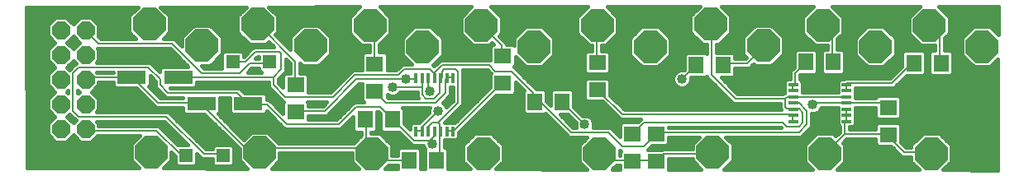
<source format=gbl>
G75*
%MOIN*%
%OFA0B0*%
%FSLAX25Y25*%
%IPPOS*%
%LPD*%
%AMOC8*
5,1,8,0,0,1.08239X$1,22.5*
%
%ADD10R,0.11811X0.05512*%
%ADD11R,0.07087X0.06299*%
%ADD12R,0.05512X0.05512*%
%ADD13R,0.06299X0.07087*%
%ADD14OC8,0.07400*%
%ADD15R,0.01200X0.03900*%
%ADD16OC8,0.13055*%
%ADD17R,0.03900X0.01200*%
%ADD18C,0.00800*%
%ADD19C,0.04000*%
%ADD20C,0.01600*%
D10*
X0138963Y0045108D03*
X0157861Y0045108D03*
X0129711Y0055817D03*
X0110814Y0055817D03*
D11*
X0176995Y0052746D03*
X0208885Y0050148D03*
X0176995Y0041722D03*
X0208885Y0061171D03*
X0260459Y0064242D03*
X0298648Y0061722D03*
X0260459Y0053219D03*
X0298648Y0050699D03*
X0312900Y0032825D03*
X0322428Y0032785D03*
X0322428Y0021762D03*
X0312900Y0021801D03*
X0415971Y0032510D03*
X0415971Y0043533D03*
D12*
X0166562Y0062116D03*
X0151601Y0062116D03*
X0147664Y0023927D03*
X0132703Y0023927D03*
D13*
X0204987Y0038652D03*
X0216010Y0038652D03*
X0222703Y0022156D03*
X0233727Y0022156D03*
X0273491Y0045738D03*
X0284514Y0045738D03*
X0338451Y0060699D03*
X0349475Y0060699D03*
X0382703Y0061919D03*
X0393727Y0061919D03*
X0426325Y0061526D03*
X0437349Y0061526D03*
D14*
X0092270Y0064793D03*
X0082270Y0064793D03*
X0082270Y0054793D03*
X0092270Y0054793D03*
X0092270Y0044793D03*
X0082270Y0044793D03*
X0082270Y0034793D03*
X0092270Y0034793D03*
X0092270Y0074793D03*
X0082270Y0074793D03*
D15*
X0225440Y0055257D03*
X0227940Y0055257D03*
X0230440Y0055257D03*
X0232940Y0055257D03*
X0235440Y0055257D03*
X0237940Y0055257D03*
X0240440Y0055257D03*
X0240440Y0033857D03*
X0237940Y0033857D03*
X0235440Y0033857D03*
X0232940Y0033857D03*
X0230440Y0033857D03*
X0227940Y0033857D03*
X0225440Y0033857D03*
D16*
X0207743Y0024872D03*
X0162467Y0025266D03*
X0118766Y0025266D03*
X0252625Y0024872D03*
X0299475Y0024872D03*
X0345144Y0025266D03*
X0390420Y0024872D03*
X0433333Y0024872D03*
X0453806Y0068179D03*
X0432546Y0076841D03*
X0410892Y0068179D03*
X0389633Y0076841D03*
X0365617Y0068573D03*
X0344357Y0077234D03*
X0319948Y0068179D03*
X0298688Y0076841D03*
X0273097Y0068179D03*
X0251837Y0076841D03*
X0228215Y0068179D03*
X0206955Y0076841D03*
X0182940Y0068573D03*
X0161680Y0077234D03*
X0139239Y0068573D03*
X0117979Y0077234D03*
D17*
X0377751Y0052844D03*
X0377751Y0050344D03*
X0377751Y0047844D03*
X0377751Y0045344D03*
X0377751Y0042844D03*
X0377751Y0040344D03*
X0377751Y0037844D03*
X0399151Y0037844D03*
X0399151Y0040344D03*
X0399151Y0042844D03*
X0399151Y0045344D03*
X0399151Y0047844D03*
X0399151Y0050344D03*
X0399151Y0052844D03*
D18*
X0399192Y0053392D01*
X0417592Y0053392D01*
X0425592Y0061392D01*
X0426325Y0061526D01*
X0436792Y0062192D02*
X0437349Y0061526D01*
X0436792Y0062192D02*
X0436792Y0072592D01*
X0432792Y0076592D01*
X0432546Y0076841D01*
X0393592Y0073392D02*
X0390392Y0076592D01*
X0389633Y0076841D01*
X0393592Y0073392D02*
X0393592Y0062192D01*
X0393727Y0061919D01*
X0382703Y0061919D02*
X0382392Y0061392D01*
X0378392Y0057392D01*
X0378392Y0053392D01*
X0377751Y0052844D01*
X0377592Y0052592D01*
X0377592Y0050192D01*
X0377751Y0050344D01*
X0377751Y0047844D02*
X0378392Y0047792D01*
X0398392Y0047792D01*
X0399151Y0047844D01*
X0399192Y0050192D02*
X0399151Y0050344D01*
X0399192Y0050192D02*
X0399192Y0052592D01*
X0399151Y0052844D01*
X0377751Y0047844D02*
X0377592Y0047792D01*
X0375192Y0047792D01*
X0374392Y0046992D01*
X0354392Y0046992D01*
X0344792Y0056592D01*
X0344792Y0076592D01*
X0344357Y0077234D01*
X0365617Y0068573D02*
X0365592Y0067792D01*
X0359192Y0061392D01*
X0349592Y0061392D01*
X0349475Y0060699D01*
X0338451Y0060699D02*
X0338392Y0060592D01*
X0332792Y0054992D01*
X0308792Y0040592D02*
X0299192Y0050192D01*
X0298648Y0050699D01*
X0284792Y0045392D02*
X0284514Y0045738D01*
X0284792Y0045392D02*
X0293592Y0036592D01*
X0287992Y0033392D02*
X0303192Y0033392D01*
X0308792Y0027792D01*
X0317592Y0027792D01*
X0322392Y0032592D01*
X0322428Y0032785D01*
X0323192Y0033392D01*
X0379992Y0033392D01*
X0383192Y0036592D01*
X0383192Y0042192D01*
X0379992Y0045392D01*
X0378392Y0045392D01*
X0377751Y0045344D01*
X0375192Y0042992D02*
X0374392Y0043792D01*
X0374392Y0046992D01*
X0375192Y0042992D02*
X0377592Y0042992D01*
X0377751Y0042844D01*
X0378392Y0042992D01*
X0379992Y0042992D01*
X0381592Y0041392D01*
X0381592Y0037392D01*
X0379992Y0035792D01*
X0375192Y0035792D01*
X0373592Y0037392D01*
X0317592Y0037392D01*
X0313592Y0033392D01*
X0312900Y0032825D01*
X0287992Y0033392D02*
X0275992Y0045392D01*
X0273592Y0045392D01*
X0273491Y0045738D01*
X0272792Y0046192D01*
X0272792Y0049392D01*
X0263992Y0058192D01*
X0257592Y0058192D01*
X0255192Y0060592D01*
X0235992Y0060592D01*
X0232792Y0057392D01*
X0231192Y0058992D01*
X0220792Y0058992D01*
X0218392Y0056592D01*
X0200792Y0056592D01*
X0191992Y0047792D01*
X0172792Y0047792D01*
X0167992Y0052592D01*
X0167992Y0055792D01*
X0130392Y0055792D01*
X0129711Y0055817D01*
X0122392Y0054992D02*
X0122392Y0052592D01*
X0125592Y0049392D01*
X0153592Y0049392D01*
X0157592Y0045392D01*
X0157861Y0045108D01*
X0158392Y0044592D01*
X0165592Y0044592D01*
X0173592Y0036592D01*
X0194392Y0036592D01*
X0201592Y0043792D01*
X0211192Y0043792D01*
X0215992Y0038992D01*
X0216010Y0038652D01*
X0216792Y0038192D01*
X0224792Y0030192D01*
X0230392Y0030192D01*
X0231992Y0028592D01*
X0231192Y0030192D02*
X0230392Y0030192D01*
X0231192Y0030192D02*
X0232792Y0031792D01*
X0232792Y0033392D01*
X0232940Y0033857D01*
X0235192Y0034192D02*
X0235440Y0033857D01*
X0235192Y0033392D01*
X0235192Y0022992D01*
X0234392Y0022192D01*
X0233727Y0022156D01*
X0222703Y0022156D02*
X0222392Y0022192D01*
X0210392Y0022192D01*
X0207992Y0024592D01*
X0207743Y0024872D01*
X0205592Y0026992D01*
X0164792Y0026992D01*
X0163192Y0025392D01*
X0162467Y0025266D01*
X0162392Y0025392D01*
X0158392Y0025392D01*
X0139192Y0044592D01*
X0138963Y0045108D01*
X0138392Y0045392D01*
X0121592Y0045392D01*
X0111192Y0055792D01*
X0110814Y0055817D01*
X0110392Y0055792D01*
X0093592Y0055792D01*
X0092792Y0054992D01*
X0092270Y0054793D01*
X0089592Y0059792D02*
X0087192Y0057392D01*
X0087192Y0042192D01*
X0089592Y0039792D01*
X0124792Y0039792D01*
X0139992Y0024592D01*
X0147192Y0024592D01*
X0147664Y0023927D01*
X0132703Y0023927D02*
X0131992Y0024592D01*
X0130392Y0024592D01*
X0120792Y0034192D01*
X0092792Y0034192D01*
X0092270Y0034793D01*
X0117592Y0059792D02*
X0122392Y0054992D01*
X0117592Y0059792D02*
X0089592Y0059792D01*
X0097592Y0069392D02*
X0092792Y0074192D01*
X0092270Y0074793D01*
X0097592Y0069392D02*
X0127192Y0069392D01*
X0139192Y0057392D01*
X0154392Y0057392D01*
X0158392Y0061392D01*
X0166392Y0061392D01*
X0166562Y0062116D01*
X0171192Y0058992D02*
X0171192Y0065392D01*
X0170392Y0066192D01*
X0160792Y0066192D01*
X0156792Y0062192D01*
X0151992Y0062192D01*
X0151601Y0062116D01*
X0167992Y0055792D02*
X0171192Y0058992D01*
X0176792Y0062192D02*
X0162392Y0076592D01*
X0161680Y0077234D01*
X0206955Y0076841D02*
X0207192Y0076592D01*
X0208792Y0074992D01*
X0208792Y0061392D01*
X0208885Y0061171D01*
X0225440Y0055257D02*
X0225592Y0054992D01*
X0221592Y0054992D01*
X0201592Y0054992D01*
X0188792Y0042192D01*
X0177592Y0042192D01*
X0176995Y0041722D01*
X0204987Y0038652D02*
X0205592Y0038192D01*
X0205592Y0026992D01*
X0207192Y0025392D01*
X0207743Y0024872D01*
X0225440Y0033857D02*
X0225592Y0034192D01*
X0227992Y0034192D01*
X0227940Y0033857D01*
X0227992Y0034192D02*
X0227992Y0035792D01*
X0234392Y0042192D01*
X0233592Y0045392D02*
X0213592Y0045392D01*
X0209592Y0049392D01*
X0208885Y0050148D01*
X0215992Y0051792D02*
X0227992Y0051792D01*
X0227992Y0054992D01*
X0227940Y0055257D01*
X0230392Y0054992D02*
X0230440Y0055257D01*
X0230392Y0054992D02*
X0230392Y0050992D01*
X0231192Y0050192D01*
X0232792Y0046992D02*
X0235192Y0049392D01*
X0235192Y0054992D01*
X0235440Y0055257D01*
X0235992Y0055792D01*
X0235992Y0058192D01*
X0236792Y0058992D01*
X0241592Y0058992D01*
X0242392Y0058192D01*
X0242392Y0045392D01*
X0234392Y0037392D01*
X0235192Y0036592D01*
X0235192Y0034192D01*
X0237940Y0033857D02*
X0238392Y0034192D01*
X0239992Y0034192D01*
X0240440Y0033857D01*
X0240792Y0034192D01*
X0259992Y0053392D01*
X0260459Y0053219D01*
X0240440Y0055257D02*
X0239992Y0055792D01*
X0238392Y0055792D01*
X0237940Y0055257D01*
X0237592Y0054992D01*
X0237592Y0049392D01*
X0233592Y0045392D01*
X0232792Y0046992D02*
X0229592Y0046992D01*
X0227992Y0048592D01*
X0227992Y0051792D01*
X0232940Y0055257D02*
X0232792Y0055792D01*
X0232792Y0057392D01*
X0259992Y0064592D02*
X0260459Y0064242D01*
X0259992Y0064592D02*
X0259992Y0068592D01*
X0251992Y0076592D01*
X0251837Y0076841D01*
X0298392Y0076592D02*
X0298688Y0076841D01*
X0298392Y0076592D02*
X0298392Y0062192D01*
X0298648Y0061722D01*
X0308792Y0040592D02*
X0377592Y0040592D01*
X0377751Y0040344D01*
X0377592Y0039792D01*
X0377592Y0038192D01*
X0377751Y0037844D01*
X0385592Y0044592D02*
X0386392Y0045392D01*
X0398392Y0045392D01*
X0399151Y0045344D01*
X0399192Y0045392D01*
X0413592Y0045392D01*
X0415192Y0043792D01*
X0415971Y0043533D01*
X0399192Y0042992D02*
X0399192Y0040592D01*
X0399151Y0040344D01*
X0399192Y0039792D01*
X0399192Y0038192D01*
X0399151Y0037844D01*
X0398392Y0037392D01*
X0398392Y0032592D01*
X0415192Y0032592D01*
X0415971Y0032510D01*
X0415992Y0031792D01*
X0422392Y0025392D01*
X0432792Y0025392D01*
X0433333Y0024872D01*
X0398392Y0032592D02*
X0391192Y0025392D01*
X0390420Y0024872D01*
X0345144Y0025266D02*
X0344792Y0024592D01*
X0325592Y0024592D01*
X0323192Y0022192D01*
X0322428Y0021762D01*
X0322392Y0022192D01*
X0313592Y0022192D01*
X0312900Y0021801D01*
X0312792Y0022192D01*
X0302392Y0022192D01*
X0299992Y0024592D01*
X0299475Y0024872D01*
X0234392Y0037392D02*
X0231992Y0037392D01*
X0230392Y0035792D01*
X0230392Y0034192D01*
X0230440Y0033857D01*
X0176995Y0052746D02*
X0176792Y0053392D01*
X0176792Y0062192D01*
X0399151Y0042844D02*
X0399192Y0042992D01*
D19*
X0385592Y0044592D03*
X0332792Y0054992D03*
X0293592Y0036592D03*
X0234392Y0042192D03*
X0231192Y0050192D03*
X0221592Y0054992D03*
X0215992Y0051792D03*
X0231992Y0028592D03*
D20*
X0068782Y0018989D02*
X0068407Y0084100D01*
X0113396Y0084145D01*
X0109851Y0080601D01*
X0109851Y0073868D01*
X0112327Y0071392D01*
X0098420Y0071392D01*
X0097392Y0072420D01*
X0097570Y0072598D01*
X0097570Y0076989D01*
X0094466Y0080093D01*
X0090075Y0080093D01*
X0087270Y0077289D01*
X0084466Y0080093D01*
X0080075Y0080093D01*
X0076970Y0076989D01*
X0076970Y0072598D01*
X0079775Y0069793D01*
X0076970Y0066989D01*
X0076970Y0062598D01*
X0079775Y0059793D01*
X0076970Y0056989D01*
X0076970Y0052598D01*
X0079775Y0049793D01*
X0076970Y0046989D01*
X0076970Y0042598D01*
X0079775Y0039793D01*
X0076970Y0036989D01*
X0076970Y0032598D01*
X0080075Y0029493D01*
X0084466Y0029493D01*
X0087270Y0032298D01*
X0090075Y0029493D01*
X0094466Y0029493D01*
X0097164Y0032192D01*
X0114198Y0032192D01*
X0110639Y0028632D01*
X0110639Y0021899D01*
X0113639Y0018899D01*
X0068782Y0018989D01*
X0068782Y0018990D02*
X0113548Y0018990D01*
X0111949Y0020589D02*
X0068773Y0020589D01*
X0068764Y0022187D02*
X0110639Y0022187D01*
X0110639Y0023786D02*
X0068755Y0023786D01*
X0068746Y0025384D02*
X0110639Y0025384D01*
X0110639Y0026983D02*
X0068736Y0026983D01*
X0068727Y0028581D02*
X0110639Y0028581D01*
X0112186Y0030180D02*
X0095152Y0030180D01*
X0096751Y0031778D02*
X0113785Y0031778D01*
X0124435Y0033377D02*
X0128378Y0033377D01*
X0129977Y0031778D02*
X0126033Y0031778D01*
X0127632Y0030180D02*
X0131575Y0030180D01*
X0133174Y0028581D02*
X0129230Y0028581D01*
X0129529Y0028283D02*
X0122792Y0035020D01*
X0121620Y0036192D01*
X0097570Y0036192D01*
X0097570Y0036989D01*
X0096767Y0037792D01*
X0123963Y0037792D01*
X0133472Y0028283D01*
X0129529Y0028283D01*
X0135633Y0031778D02*
X0149177Y0031778D01*
X0150775Y0030180D02*
X0137232Y0030180D01*
X0138830Y0028581D02*
X0152374Y0028581D01*
X0152020Y0027346D02*
X0151083Y0028283D01*
X0144245Y0028283D01*
X0143308Y0027346D01*
X0143308Y0026592D01*
X0140820Y0026592D01*
X0126792Y0040620D01*
X0125620Y0041792D01*
X0096764Y0041792D01*
X0097570Y0042598D01*
X0097570Y0046989D01*
X0094766Y0049793D01*
X0097570Y0052598D01*
X0097570Y0053792D01*
X0103308Y0053792D01*
X0103308Y0052398D01*
X0104245Y0051461D01*
X0112694Y0051461D01*
X0120763Y0043392D01*
X0131458Y0043392D01*
X0131458Y0041690D01*
X0132395Y0040752D01*
X0140203Y0040752D01*
X0154340Y0026615D01*
X0154340Y0021899D01*
X0157427Y0018812D01*
X0123873Y0018879D01*
X0126894Y0021899D01*
X0126894Y0025261D01*
X0128348Y0023807D01*
X0128348Y0020509D01*
X0129285Y0019571D01*
X0136122Y0019571D01*
X0137059Y0020509D01*
X0137059Y0024696D01*
X0139163Y0022592D01*
X0143308Y0022592D01*
X0143308Y0020509D01*
X0144245Y0019571D01*
X0151083Y0019571D01*
X0152020Y0020509D01*
X0152020Y0027346D01*
X0152020Y0026983D02*
X0153972Y0026983D01*
X0154340Y0025384D02*
X0152020Y0025384D01*
X0152020Y0023786D02*
X0154340Y0023786D01*
X0154340Y0022187D02*
X0152020Y0022187D01*
X0152020Y0020589D02*
X0155650Y0020589D01*
X0157249Y0018990D02*
X0123985Y0018990D01*
X0125583Y0020589D02*
X0128348Y0020589D01*
X0128348Y0022187D02*
X0126894Y0022187D01*
X0126894Y0023786D02*
X0128348Y0023786D01*
X0137059Y0023786D02*
X0137969Y0023786D01*
X0137059Y0022187D02*
X0143308Y0022187D01*
X0143308Y0020589D02*
X0137059Y0020589D01*
X0140429Y0026983D02*
X0143308Y0026983D01*
X0154833Y0031778D02*
X0157486Y0031778D01*
X0156160Y0030452D02*
X0145695Y0040916D01*
X0146469Y0041690D01*
X0146469Y0047392D01*
X0150355Y0047392D01*
X0150355Y0041690D01*
X0151293Y0040752D01*
X0164429Y0040752D01*
X0165366Y0041690D01*
X0165366Y0041989D01*
X0171592Y0035763D01*
X0172763Y0034592D01*
X0195220Y0034592D01*
X0200237Y0039609D01*
X0200237Y0034446D01*
X0201175Y0033508D01*
X0203592Y0033508D01*
X0203592Y0032215D01*
X0200368Y0028992D01*
X0170235Y0028992D01*
X0165834Y0033393D01*
X0159101Y0033393D01*
X0156160Y0030452D01*
X0159084Y0033377D02*
X0153235Y0033377D01*
X0151636Y0034975D02*
X0172380Y0034975D01*
X0170781Y0036574D02*
X0150038Y0036574D01*
X0148439Y0038172D02*
X0169183Y0038172D01*
X0167584Y0039771D02*
X0146841Y0039771D01*
X0142783Y0038172D02*
X0129239Y0038172D01*
X0130838Y0036574D02*
X0144381Y0036574D01*
X0145980Y0034975D02*
X0132436Y0034975D01*
X0126780Y0034975D02*
X0122836Y0034975D01*
X0125181Y0036574D02*
X0097570Y0036574D01*
X0088268Y0038287D02*
X0087270Y0037289D01*
X0084766Y0039793D01*
X0085764Y0040791D01*
X0086363Y0040192D01*
X0088268Y0038287D01*
X0088154Y0038172D02*
X0086387Y0038172D01*
X0086784Y0039771D02*
X0084788Y0039771D01*
X0079753Y0039771D02*
X0068663Y0039771D01*
X0068672Y0038172D02*
X0078154Y0038172D01*
X0076970Y0036574D02*
X0068681Y0036574D01*
X0068690Y0034975D02*
X0076970Y0034975D01*
X0076970Y0033377D02*
X0068699Y0033377D01*
X0068709Y0031778D02*
X0077790Y0031778D01*
X0079388Y0030180D02*
X0068718Y0030180D01*
X0085152Y0030180D02*
X0089388Y0030180D01*
X0087790Y0031778D02*
X0086751Y0031778D01*
X0078199Y0041369D02*
X0068653Y0041369D01*
X0068644Y0042968D02*
X0076970Y0042968D01*
X0076970Y0044566D02*
X0068635Y0044566D01*
X0068626Y0046165D02*
X0076970Y0046165D01*
X0077745Y0047763D02*
X0068617Y0047763D01*
X0068607Y0049362D02*
X0079344Y0049362D01*
X0078608Y0050960D02*
X0068598Y0050960D01*
X0068589Y0052559D02*
X0077009Y0052559D01*
X0076970Y0054157D02*
X0068580Y0054157D01*
X0068570Y0055756D02*
X0076970Y0055756D01*
X0077336Y0057355D02*
X0068561Y0057355D01*
X0068552Y0058953D02*
X0078935Y0058953D01*
X0084766Y0059793D02*
X0085765Y0058794D01*
X0087592Y0060620D01*
X0088270Y0061298D01*
X0087270Y0062298D01*
X0084766Y0059793D01*
X0085524Y0060552D02*
X0087523Y0060552D01*
X0087418Y0062150D02*
X0087122Y0062150D01*
X0079017Y0060552D02*
X0068543Y0060552D01*
X0068534Y0062150D02*
X0077418Y0062150D01*
X0076970Y0063749D02*
X0068524Y0063749D01*
X0068515Y0065347D02*
X0076970Y0065347D01*
X0076970Y0066946D02*
X0068506Y0066946D01*
X0068497Y0068544D02*
X0078526Y0068544D01*
X0079426Y0070143D02*
X0068488Y0070143D01*
X0068478Y0071741D02*
X0077827Y0071741D01*
X0076970Y0073340D02*
X0068469Y0073340D01*
X0068460Y0074938D02*
X0076970Y0074938D01*
X0076970Y0076537D02*
X0068451Y0076537D01*
X0068441Y0078135D02*
X0078117Y0078135D01*
X0079715Y0079734D02*
X0068432Y0079734D01*
X0068423Y0081332D02*
X0110583Y0081332D01*
X0109851Y0079734D02*
X0094825Y0079734D01*
X0089715Y0079734D02*
X0084825Y0079734D01*
X0086424Y0078135D02*
X0088117Y0078135D01*
X0096424Y0078135D02*
X0109851Y0078135D01*
X0109851Y0076537D02*
X0097570Y0076537D01*
X0097570Y0074938D02*
X0109851Y0074938D01*
X0110380Y0073340D02*
X0097570Y0073340D01*
X0098071Y0071741D02*
X0111978Y0071741D01*
X0123631Y0071392D02*
X0126107Y0073868D01*
X0126107Y0080601D01*
X0122553Y0084154D01*
X0157140Y0084189D01*
X0153552Y0080601D01*
X0153552Y0073868D01*
X0158313Y0069107D01*
X0165046Y0069107D01*
X0166047Y0070108D01*
X0167963Y0068192D01*
X0159963Y0068192D01*
X0158792Y0067020D01*
X0155963Y0064192D01*
X0155957Y0064192D01*
X0155957Y0065535D01*
X0155020Y0066472D01*
X0148182Y0066472D01*
X0147366Y0065656D01*
X0147366Y0071939D01*
X0142605Y0076700D01*
X0135872Y0076700D01*
X0131111Y0071939D01*
X0131111Y0068300D01*
X0129192Y0070220D01*
X0128020Y0071392D01*
X0123631Y0071392D01*
X0123980Y0071741D02*
X0131111Y0071741D01*
X0131111Y0070143D02*
X0129269Y0070143D01*
X0130868Y0068544D02*
X0131111Y0068544D01*
X0126809Y0066946D02*
X0097570Y0066946D01*
X0097570Y0066989D02*
X0097167Y0067392D01*
X0126363Y0067392D01*
X0133582Y0060173D01*
X0123143Y0060173D01*
X0122206Y0059236D01*
X0122206Y0058006D01*
X0118420Y0061792D01*
X0096764Y0061792D01*
X0097570Y0062598D01*
X0097570Y0066989D01*
X0097570Y0065347D02*
X0128408Y0065347D01*
X0130006Y0063749D02*
X0097570Y0063749D01*
X0097122Y0062150D02*
X0131605Y0062150D01*
X0133203Y0060552D02*
X0119660Y0060552D01*
X0121259Y0058953D02*
X0122206Y0058953D01*
X0118799Y0055756D02*
X0118319Y0055756D01*
X0118319Y0056236D02*
X0120392Y0054163D01*
X0120392Y0051763D01*
X0123592Y0048563D01*
X0124763Y0047392D01*
X0131458Y0047392D01*
X0131458Y0047392D01*
X0122420Y0047392D01*
X0117866Y0051945D01*
X0118319Y0052398D01*
X0118319Y0056236D01*
X0118319Y0054157D02*
X0120392Y0054157D01*
X0120392Y0052559D02*
X0118319Y0052559D01*
X0118851Y0050960D02*
X0121194Y0050960D01*
X0120450Y0049362D02*
X0122793Y0049362D01*
X0122048Y0047763D02*
X0124391Y0047763D01*
X0116391Y0047763D02*
X0096796Y0047763D01*
X0095197Y0049362D02*
X0114793Y0049362D01*
X0113194Y0050960D02*
X0095933Y0050960D01*
X0097531Y0052559D02*
X0103308Y0052559D01*
X0089775Y0049793D02*
X0089192Y0050377D01*
X0089192Y0049210D01*
X0089775Y0049793D01*
X0089344Y0049362D02*
X0089192Y0049362D01*
X0085192Y0049367D02*
X0085192Y0050219D01*
X0084766Y0049793D01*
X0085192Y0049367D01*
X0097570Y0046165D02*
X0117990Y0046165D01*
X0119588Y0044566D02*
X0097570Y0044566D01*
X0097570Y0042968D02*
X0131458Y0042968D01*
X0131778Y0041369D02*
X0126042Y0041369D01*
X0127641Y0039771D02*
X0141184Y0039771D01*
X0146149Y0041369D02*
X0150676Y0041369D01*
X0150355Y0042968D02*
X0146469Y0042968D01*
X0146469Y0044566D02*
X0150355Y0044566D01*
X0150355Y0046165D02*
X0146469Y0046165D01*
X0154420Y0051392D02*
X0156348Y0049464D01*
X0164429Y0049464D01*
X0165366Y0048527D01*
X0165366Y0046592D01*
X0166420Y0046592D01*
X0171851Y0041160D01*
X0171851Y0045535D01*
X0172108Y0045792D01*
X0171963Y0045792D01*
X0170792Y0046963D01*
X0165992Y0051763D01*
X0165992Y0053792D01*
X0137217Y0053792D01*
X0137217Y0052398D01*
X0136280Y0051461D01*
X0126351Y0051461D01*
X0126420Y0051392D01*
X0154420Y0051392D01*
X0154851Y0050960D02*
X0166794Y0050960D01*
X0165992Y0052559D02*
X0137217Y0052559D01*
X0157620Y0057792D02*
X0159220Y0059392D01*
X0162206Y0059392D01*
X0162206Y0058697D01*
X0163112Y0057792D01*
X0157620Y0057792D01*
X0158781Y0058953D02*
X0162206Y0058953D01*
X0169992Y0054963D02*
X0173192Y0058163D01*
X0173192Y0062963D01*
X0174792Y0061363D01*
X0174792Y0057496D01*
X0172789Y0057496D01*
X0171851Y0056558D01*
X0171851Y0051560D01*
X0169992Y0053420D01*
X0169992Y0054963D01*
X0169992Y0054157D02*
X0171851Y0054157D01*
X0171851Y0055756D02*
X0170784Y0055756D01*
X0172383Y0057355D02*
X0172648Y0057355D01*
X0173192Y0058953D02*
X0174792Y0058953D01*
X0178792Y0058953D02*
X0203741Y0058953D01*
X0203741Y0058592D02*
X0199963Y0058592D01*
X0198792Y0057420D01*
X0191163Y0049792D01*
X0182138Y0049792D01*
X0182138Y0056558D01*
X0181201Y0057496D01*
X0178792Y0057496D01*
X0178792Y0061227D01*
X0179573Y0060445D01*
X0186306Y0060445D01*
X0191067Y0065206D01*
X0191067Y0071939D01*
X0186306Y0076700D01*
X0179573Y0076700D01*
X0174812Y0071939D01*
X0174812Y0067000D01*
X0168876Y0072936D01*
X0169807Y0073868D01*
X0169807Y0080601D01*
X0166210Y0084198D01*
X0202855Y0084234D01*
X0198828Y0080207D01*
X0198828Y0073474D01*
X0203589Y0068713D01*
X0206792Y0068713D01*
X0206792Y0065921D01*
X0204678Y0065921D01*
X0203741Y0064984D01*
X0203741Y0058592D01*
X0198726Y0057355D02*
X0181342Y0057355D01*
X0182138Y0055756D02*
X0197127Y0055756D01*
X0195529Y0054157D02*
X0182138Y0054157D01*
X0182138Y0052559D02*
X0193930Y0052559D01*
X0192332Y0050960D02*
X0182138Y0050960D01*
X0171851Y0052559D02*
X0170853Y0052559D01*
X0168393Y0049362D02*
X0164531Y0049362D01*
X0165366Y0047763D02*
X0169991Y0047763D01*
X0171590Y0046165D02*
X0166847Y0046165D01*
X0168445Y0044566D02*
X0171851Y0044566D01*
X0171851Y0042968D02*
X0170044Y0042968D01*
X0171642Y0041369D02*
X0171851Y0041369D01*
X0165985Y0041369D02*
X0165046Y0041369D01*
X0182138Y0040192D02*
X0182138Y0038592D01*
X0193563Y0038592D01*
X0199592Y0044620D01*
X0200763Y0045792D01*
X0204285Y0045792D01*
X0203741Y0046335D01*
X0203741Y0052992D01*
X0202420Y0052992D01*
X0190792Y0041363D01*
X0189620Y0040192D01*
X0182138Y0040192D01*
X0182138Y0039771D02*
X0194742Y0039771D01*
X0198801Y0038172D02*
X0200237Y0038172D01*
X0200237Y0036574D02*
X0197202Y0036574D01*
X0195604Y0034975D02*
X0200237Y0034975D01*
X0207592Y0033508D02*
X0208799Y0033508D01*
X0209736Y0034446D01*
X0209736Y0041792D01*
X0210363Y0041792D01*
X0211261Y0040894D01*
X0211261Y0034446D01*
X0212198Y0033508D01*
X0218647Y0033508D01*
X0223963Y0028192D01*
X0228392Y0028192D01*
X0228392Y0027876D01*
X0228940Y0026552D01*
X0229054Y0026438D01*
X0228977Y0026362D01*
X0228977Y0018669D01*
X0227453Y0018672D01*
X0227453Y0026362D01*
X0226516Y0027299D01*
X0218891Y0027299D01*
X0217954Y0026362D01*
X0217954Y0024192D01*
X0215870Y0024192D01*
X0215870Y0028239D01*
X0211109Y0033000D01*
X0207592Y0033000D01*
X0207592Y0033508D01*
X0207592Y0033377D02*
X0218778Y0033377D01*
X0220377Y0031778D02*
X0212331Y0031778D01*
X0213929Y0030180D02*
X0221975Y0030180D01*
X0223574Y0028581D02*
X0215528Y0028581D01*
X0215870Y0026983D02*
X0218575Y0026983D01*
X0226832Y0026983D02*
X0228761Y0026983D01*
X0228977Y0025384D02*
X0227453Y0025384D01*
X0227453Y0023786D02*
X0228977Y0023786D01*
X0228977Y0022187D02*
X0227453Y0022187D01*
X0227453Y0020589D02*
X0228977Y0020589D01*
X0228977Y0018990D02*
X0227453Y0018990D01*
X0217954Y0018990D02*
X0213355Y0018990D01*
X0213065Y0018701D02*
X0214557Y0020192D01*
X0217954Y0020192D01*
X0217954Y0018691D01*
X0213065Y0018701D01*
X0202399Y0018722D02*
X0167487Y0018792D01*
X0170595Y0021899D01*
X0170595Y0024992D01*
X0199615Y0024992D01*
X0199615Y0021505D01*
X0202399Y0018722D01*
X0202130Y0018990D02*
X0167686Y0018990D01*
X0169284Y0020589D02*
X0200532Y0020589D01*
X0199615Y0022187D02*
X0170595Y0022187D01*
X0170595Y0023786D02*
X0199615Y0023786D01*
X0215870Y0025384D02*
X0217954Y0025384D01*
X0201556Y0030180D02*
X0169047Y0030180D01*
X0167449Y0031778D02*
X0203155Y0031778D01*
X0203592Y0033377D02*
X0165850Y0033377D01*
X0147578Y0033377D02*
X0134035Y0033377D01*
X0182138Y0044192D02*
X0182138Y0045535D01*
X0181881Y0045792D01*
X0189563Y0045792D01*
X0187963Y0044192D01*
X0182138Y0044192D01*
X0182138Y0044566D02*
X0188338Y0044566D01*
X0192396Y0042968D02*
X0197939Y0042968D01*
X0196341Y0041369D02*
X0190798Y0041369D01*
X0193995Y0044566D02*
X0199538Y0044566D01*
X0195593Y0046165D02*
X0203912Y0046165D01*
X0203741Y0047763D02*
X0197192Y0047763D01*
X0198790Y0049362D02*
X0203741Y0049362D01*
X0203741Y0050960D02*
X0200389Y0050960D01*
X0201987Y0052559D02*
X0203741Y0052559D01*
X0214028Y0048709D02*
X0214028Y0047784D01*
X0214420Y0047392D01*
X0226363Y0047392D01*
X0225992Y0047763D01*
X0225992Y0049792D01*
X0219060Y0049792D01*
X0219044Y0049752D01*
X0218031Y0048740D01*
X0216708Y0048192D01*
X0215276Y0048192D01*
X0214028Y0048709D01*
X0214048Y0047763D02*
X0225992Y0047763D01*
X0225992Y0049362D02*
X0218653Y0049362D01*
X0236318Y0045290D02*
X0239592Y0048563D01*
X0239592Y0051707D01*
X0240392Y0051707D01*
X0240392Y0046220D01*
X0237724Y0043553D01*
X0237444Y0044231D01*
X0236431Y0045244D01*
X0236318Y0045290D01*
X0237108Y0044566D02*
X0238738Y0044566D01*
X0237193Y0046165D02*
X0240336Y0046165D01*
X0244392Y0046165D02*
X0249936Y0046165D01*
X0248338Y0044566D02*
X0244392Y0044566D01*
X0244392Y0044563D02*
X0244392Y0058592D01*
X0254363Y0058592D01*
X0255592Y0057363D01*
X0255620Y0057335D01*
X0255316Y0057031D01*
X0255316Y0051545D01*
X0241179Y0037407D01*
X0239177Y0037407D01*
X0237235Y0037407D01*
X0244392Y0044563D01*
X0242796Y0042968D02*
X0246739Y0042968D01*
X0245141Y0041369D02*
X0241198Y0041369D01*
X0239599Y0039771D02*
X0243542Y0039771D01*
X0241944Y0038172D02*
X0238001Y0038172D01*
X0244404Y0034975D02*
X0283580Y0034975D01*
X0281981Y0036574D02*
X0246002Y0036574D01*
X0247601Y0038172D02*
X0280383Y0038172D01*
X0278784Y0039771D02*
X0249199Y0039771D01*
X0250798Y0041369D02*
X0268904Y0041369D01*
X0268741Y0041532D02*
X0269678Y0040595D01*
X0277303Y0040595D01*
X0277632Y0040923D01*
X0285992Y0032563D01*
X0287163Y0031392D01*
X0294501Y0031392D01*
X0291348Y0028239D01*
X0291348Y0021505D01*
X0294315Y0018538D01*
X0257858Y0018611D01*
X0260752Y0021505D01*
X0260752Y0028239D01*
X0255991Y0033000D01*
X0249258Y0033000D01*
X0244497Y0028239D01*
X0244497Y0021505D01*
X0247371Y0018632D01*
X0238477Y0018650D01*
X0238477Y0026362D01*
X0237539Y0027299D01*
X0237192Y0027299D01*
X0237192Y0030307D01*
X0241702Y0030307D01*
X0242640Y0031244D01*
X0242640Y0033189D01*
X0242770Y0033313D01*
X0242771Y0033343D01*
X0257897Y0048469D01*
X0264665Y0048469D01*
X0265603Y0049406D01*
X0265603Y0053752D01*
X0269076Y0050279D01*
X0268741Y0049944D01*
X0268741Y0041532D01*
X0268741Y0042968D02*
X0252396Y0042968D01*
X0253995Y0044566D02*
X0268741Y0044566D01*
X0268741Y0046165D02*
X0255593Y0046165D01*
X0257192Y0047763D02*
X0268741Y0047763D01*
X0268741Y0049362D02*
X0265558Y0049362D01*
X0265603Y0050960D02*
X0268394Y0050960D01*
X0266796Y0052559D02*
X0265603Y0052559D01*
X0272453Y0052559D02*
X0293505Y0052559D01*
X0293505Y0050960D02*
X0274051Y0050960D01*
X0274130Y0050881D02*
X0273620Y0051392D01*
X0265092Y0059919D01*
X0265603Y0060430D01*
X0265603Y0064180D01*
X0269731Y0060052D01*
X0276464Y0060052D01*
X0281225Y0064813D01*
X0281225Y0071546D01*
X0276464Y0076307D01*
X0269731Y0076307D01*
X0264970Y0071546D01*
X0264970Y0068688D01*
X0264665Y0068992D01*
X0261992Y0068992D01*
X0261992Y0069420D01*
X0258951Y0072460D01*
X0259965Y0073474D01*
X0259965Y0080207D01*
X0255885Y0084287D01*
X0294679Y0084326D01*
X0290560Y0080207D01*
X0290560Y0073474D01*
X0295321Y0068713D01*
X0296392Y0068713D01*
X0296392Y0066472D01*
X0294442Y0066472D01*
X0293505Y0065535D01*
X0293505Y0057910D01*
X0294442Y0056973D01*
X0302854Y0056973D01*
X0303792Y0057910D01*
X0303792Y0065535D01*
X0302854Y0066472D01*
X0300392Y0066472D01*
X0300392Y0068713D01*
X0302054Y0068713D01*
X0306815Y0073474D01*
X0306815Y0080207D01*
X0302688Y0084334D01*
X0340000Y0084371D01*
X0336229Y0080601D01*
X0336229Y0073868D01*
X0340990Y0069107D01*
X0342792Y0069107D01*
X0342792Y0065314D01*
X0342264Y0065842D01*
X0334639Y0065842D01*
X0333702Y0064905D01*
X0333702Y0058730D01*
X0333547Y0058575D01*
X0333508Y0058592D01*
X0332076Y0058592D01*
X0330752Y0058044D01*
X0329740Y0057031D01*
X0329192Y0055708D01*
X0329192Y0054276D01*
X0329740Y0052952D01*
X0330752Y0051940D01*
X0332076Y0051392D01*
X0333508Y0051392D01*
X0334831Y0051940D01*
X0335844Y0052952D01*
X0336392Y0054276D01*
X0336392Y0055556D01*
X0342264Y0055556D01*
X0342792Y0056083D01*
X0342792Y0055763D01*
X0352392Y0046163D01*
X0353563Y0044992D01*
X0372392Y0044992D01*
X0372392Y0042963D01*
X0372763Y0042592D01*
X0309620Y0042592D01*
X0303792Y0048420D01*
X0303792Y0054511D01*
X0302854Y0055448D01*
X0294442Y0055448D01*
X0293505Y0054511D01*
X0293505Y0046886D01*
X0294442Y0045949D01*
X0300606Y0045949D01*
X0307963Y0038592D01*
X0315963Y0038592D01*
X0315592Y0038220D01*
X0314946Y0037574D01*
X0308694Y0037574D01*
X0307757Y0036637D01*
X0307757Y0031655D01*
X0304020Y0035392D01*
X0296991Y0035392D01*
X0297192Y0035876D01*
X0297192Y0037308D01*
X0296644Y0038631D01*
X0295631Y0039644D01*
X0294308Y0040192D01*
X0292876Y0040192D01*
X0292836Y0040175D01*
X0289264Y0043748D01*
X0289264Y0049944D01*
X0288327Y0050881D01*
X0280702Y0050881D01*
X0279765Y0049944D01*
X0279765Y0044447D01*
X0278240Y0045971D01*
X0278240Y0049944D01*
X0277303Y0050881D01*
X0274130Y0050881D01*
X0278240Y0049362D02*
X0279765Y0049362D01*
X0279765Y0047763D02*
X0278240Y0047763D01*
X0278240Y0046165D02*
X0279765Y0046165D01*
X0279765Y0044566D02*
X0279645Y0044566D01*
X0289264Y0044566D02*
X0301988Y0044566D01*
X0303587Y0042968D02*
X0290044Y0042968D01*
X0291642Y0041369D02*
X0305185Y0041369D01*
X0309244Y0042968D02*
X0372392Y0042968D01*
X0372392Y0044566D02*
X0307645Y0044566D01*
X0306047Y0046165D02*
X0352390Y0046165D01*
X0350791Y0047763D02*
X0304448Y0047763D01*
X0303792Y0049362D02*
X0349193Y0049362D01*
X0347594Y0050960D02*
X0303792Y0050960D01*
X0303792Y0052559D02*
X0330133Y0052559D01*
X0335450Y0052559D02*
X0345996Y0052559D01*
X0351653Y0052559D02*
X0374201Y0052559D01*
X0374201Y0050960D02*
X0353251Y0050960D01*
X0354850Y0049362D02*
X0373933Y0049362D01*
X0374201Y0049630D02*
X0373563Y0048992D01*
X0355220Y0048992D01*
X0348656Y0055556D01*
X0353287Y0055556D01*
X0354225Y0056493D01*
X0354225Y0059392D01*
X0360020Y0059392D01*
X0361662Y0061034D01*
X0362250Y0060445D01*
X0368983Y0060445D01*
X0373744Y0065206D01*
X0373744Y0071939D01*
X0368983Y0076700D01*
X0362250Y0076700D01*
X0357489Y0071939D01*
X0357489Y0065206D01*
X0358833Y0063862D01*
X0358363Y0063392D01*
X0354225Y0063392D01*
X0354225Y0064905D01*
X0353287Y0065842D01*
X0346792Y0065842D01*
X0346792Y0069107D01*
X0347723Y0069107D01*
X0352484Y0073868D01*
X0352484Y0080601D01*
X0348706Y0084380D01*
X0385714Y0084417D01*
X0381505Y0080207D01*
X0381505Y0073474D01*
X0386266Y0068713D01*
X0391592Y0068713D01*
X0391592Y0067063D01*
X0389915Y0067063D01*
X0388977Y0066125D01*
X0388977Y0057713D01*
X0389915Y0056776D01*
X0397539Y0056776D01*
X0398477Y0057713D01*
X0398477Y0066125D01*
X0397539Y0067063D01*
X0395592Y0067063D01*
X0395592Y0071306D01*
X0397760Y0073474D01*
X0397760Y0080207D01*
X0393543Y0084424D01*
X0428671Y0084459D01*
X0424418Y0080207D01*
X0424418Y0073474D01*
X0429179Y0068713D01*
X0434792Y0068713D01*
X0434792Y0066669D01*
X0433537Y0066669D01*
X0432599Y0065732D01*
X0432599Y0057320D01*
X0433537Y0056382D01*
X0441161Y0056382D01*
X0442099Y0057320D01*
X0442099Y0065732D01*
X0441161Y0066669D01*
X0438792Y0066669D01*
X0438792Y0071592D01*
X0440673Y0073474D01*
X0440673Y0080207D01*
X0436413Y0084467D01*
X0460349Y0084491D01*
X0460304Y0073175D01*
X0457172Y0076307D01*
X0450439Y0076307D01*
X0445678Y0071546D01*
X0445678Y0064813D01*
X0450439Y0060052D01*
X0457172Y0060052D01*
X0460264Y0063144D01*
X0460086Y0018207D01*
X0438207Y0018251D01*
X0441461Y0021505D01*
X0441461Y0028239D01*
X0436700Y0033000D01*
X0429967Y0033000D01*
X0425206Y0028239D01*
X0425206Y0027392D01*
X0423220Y0027392D01*
X0421114Y0029497D01*
X0421114Y0036322D01*
X0420177Y0037259D01*
X0411765Y0037259D01*
X0410828Y0036322D01*
X0410828Y0034592D01*
X0400392Y0034592D01*
X0400392Y0035644D01*
X0401764Y0035644D01*
X0402701Y0036582D01*
X0402701Y0043392D01*
X0410828Y0043392D01*
X0410828Y0039721D01*
X0411765Y0038784D01*
X0420177Y0038784D01*
X0421114Y0039721D01*
X0421114Y0047346D01*
X0420177Y0048283D01*
X0411765Y0048283D01*
X0410874Y0047392D01*
X0402701Y0047392D01*
X0402701Y0051392D01*
X0418420Y0051392D01*
X0423411Y0056382D01*
X0430138Y0056382D01*
X0431075Y0057320D01*
X0431075Y0065732D01*
X0430138Y0066669D01*
X0422513Y0066669D01*
X0421576Y0065732D01*
X0421576Y0060204D01*
X0416763Y0055392D01*
X0399265Y0055392D01*
X0398512Y0055447D01*
X0398448Y0055392D01*
X0398363Y0055392D01*
X0398016Y0055044D01*
X0396539Y0055044D01*
X0395601Y0054107D01*
X0395601Y0049792D01*
X0381301Y0049792D01*
X0381301Y0054107D01*
X0380392Y0055017D01*
X0380392Y0056563D01*
X0380604Y0056776D01*
X0386516Y0056776D01*
X0387453Y0057713D01*
X0387453Y0066125D01*
X0386516Y0067063D01*
X0378891Y0067063D01*
X0377954Y0066125D01*
X0377954Y0059782D01*
X0376392Y0058220D01*
X0376392Y0055044D01*
X0375139Y0055044D01*
X0374201Y0054107D01*
X0374201Y0049630D01*
X0381301Y0050960D02*
X0395601Y0050960D01*
X0395601Y0052559D02*
X0381301Y0052559D01*
X0381251Y0054157D02*
X0395652Y0054157D01*
X0398118Y0057355D02*
X0418726Y0057355D01*
X0420324Y0058953D02*
X0398477Y0058953D01*
X0398477Y0060552D02*
X0407026Y0060552D01*
X0407526Y0060052D02*
X0414259Y0060052D01*
X0419020Y0064813D01*
X0419020Y0071546D01*
X0414259Y0076307D01*
X0407526Y0076307D01*
X0402765Y0071546D01*
X0402765Y0064813D01*
X0407526Y0060052D01*
X0414759Y0060552D02*
X0421576Y0060552D01*
X0421576Y0062150D02*
X0416357Y0062150D01*
X0417956Y0063749D02*
X0421576Y0063749D01*
X0421576Y0065347D02*
X0419020Y0065347D01*
X0419020Y0066946D02*
X0434792Y0066946D01*
X0434792Y0068544D02*
X0419020Y0068544D01*
X0419020Y0070143D02*
X0427750Y0070143D01*
X0426151Y0071741D02*
X0418824Y0071741D01*
X0417226Y0073340D02*
X0424553Y0073340D01*
X0424418Y0074938D02*
X0415627Y0074938D01*
X0424418Y0076537D02*
X0397760Y0076537D01*
X0397760Y0078135D02*
X0424418Y0078135D01*
X0424418Y0079734D02*
X0397760Y0079734D01*
X0396635Y0081332D02*
X0425543Y0081332D01*
X0427142Y0082931D02*
X0395036Y0082931D01*
X0384229Y0082931D02*
X0350155Y0082931D01*
X0351753Y0081332D02*
X0382630Y0081332D01*
X0381505Y0079734D02*
X0352484Y0079734D01*
X0352484Y0078135D02*
X0381505Y0078135D01*
X0381505Y0076537D02*
X0369147Y0076537D01*
X0370746Y0074938D02*
X0381505Y0074938D01*
X0381639Y0073340D02*
X0372344Y0073340D01*
X0373744Y0071741D02*
X0383238Y0071741D01*
X0384836Y0070143D02*
X0373744Y0070143D01*
X0373744Y0068544D02*
X0391592Y0068544D01*
X0389798Y0066946D02*
X0386633Y0066946D01*
X0387453Y0065347D02*
X0388977Y0065347D01*
X0388977Y0063749D02*
X0387453Y0063749D01*
X0387453Y0062150D02*
X0388977Y0062150D01*
X0388977Y0060552D02*
X0387453Y0060552D01*
X0387453Y0058953D02*
X0388977Y0058953D01*
X0389336Y0057355D02*
X0387094Y0057355D01*
X0380392Y0055756D02*
X0417127Y0055756D01*
X0421186Y0054157D02*
X0460229Y0054157D01*
X0460235Y0055756D02*
X0422784Y0055756D01*
X0431075Y0057355D02*
X0432599Y0057355D01*
X0432599Y0058953D02*
X0431075Y0058953D01*
X0431075Y0060552D02*
X0432599Y0060552D01*
X0432599Y0062150D02*
X0431075Y0062150D01*
X0431075Y0063749D02*
X0432599Y0063749D01*
X0432599Y0065347D02*
X0431075Y0065347D01*
X0438792Y0066946D02*
X0445678Y0066946D01*
X0445678Y0068544D02*
X0438792Y0068544D01*
X0438792Y0070143D02*
X0445678Y0070143D01*
X0445874Y0071741D02*
X0438941Y0071741D01*
X0440539Y0073340D02*
X0447472Y0073340D01*
X0449071Y0074938D02*
X0440673Y0074938D01*
X0440673Y0076537D02*
X0460317Y0076537D01*
X0460324Y0078135D02*
X0440673Y0078135D01*
X0440673Y0079734D02*
X0460330Y0079734D01*
X0460337Y0081332D02*
X0439548Y0081332D01*
X0437950Y0082931D02*
X0460343Y0082931D01*
X0460311Y0074938D02*
X0458541Y0074938D01*
X0460139Y0073340D02*
X0460305Y0073340D01*
X0445678Y0065347D02*
X0442099Y0065347D01*
X0442099Y0063749D02*
X0446742Y0063749D01*
X0448341Y0062150D02*
X0442099Y0062150D01*
X0442099Y0060552D02*
X0449939Y0060552D01*
X0457672Y0060552D02*
X0460254Y0060552D01*
X0460260Y0062150D02*
X0459271Y0062150D01*
X0460248Y0058953D02*
X0442099Y0058953D01*
X0442099Y0057355D02*
X0460241Y0057355D01*
X0460222Y0052559D02*
X0419587Y0052559D01*
X0420697Y0047763D02*
X0460203Y0047763D01*
X0460210Y0049362D02*
X0402701Y0049362D01*
X0402701Y0050960D02*
X0460216Y0050960D01*
X0460197Y0046165D02*
X0421114Y0046165D01*
X0421114Y0044566D02*
X0460191Y0044566D01*
X0460184Y0042968D02*
X0421114Y0042968D01*
X0421114Y0041369D02*
X0460178Y0041369D01*
X0460172Y0039771D02*
X0421114Y0039771D01*
X0420863Y0036574D02*
X0460159Y0036574D01*
X0460165Y0038172D02*
X0402701Y0038172D01*
X0402694Y0036574D02*
X0411080Y0036574D01*
X0410828Y0034975D02*
X0400392Y0034975D01*
X0396392Y0034975D02*
X0384404Y0034975D01*
X0385192Y0035763D02*
X0381992Y0032563D01*
X0380820Y0031392D01*
X0350512Y0031392D01*
X0353272Y0028632D01*
X0353272Y0021899D01*
X0349800Y0018428D01*
X0385441Y0018356D01*
X0382292Y0021505D01*
X0382292Y0028239D01*
X0387053Y0033000D01*
X0393786Y0033000D01*
X0394879Y0031907D01*
X0396392Y0033420D01*
X0396392Y0035792D01*
X0395601Y0036582D01*
X0395601Y0043392D01*
X0388991Y0043392D01*
X0388644Y0042552D01*
X0387631Y0041540D01*
X0386308Y0040992D01*
X0385192Y0040992D01*
X0385192Y0035763D01*
X0385192Y0036574D02*
X0395609Y0036574D01*
X0395601Y0038172D02*
X0385192Y0038172D01*
X0385192Y0039771D02*
X0395601Y0039771D01*
X0402701Y0039771D02*
X0410828Y0039771D01*
X0410828Y0041369D02*
X0402701Y0041369D01*
X0402701Y0042968D02*
X0410828Y0042968D01*
X0395601Y0042968D02*
X0388816Y0042968D01*
X0387219Y0041369D02*
X0395601Y0041369D01*
X0402701Y0047763D02*
X0411245Y0047763D01*
X0376392Y0055756D02*
X0353488Y0055756D01*
X0354225Y0057355D02*
X0376392Y0057355D01*
X0377124Y0058953D02*
X0354225Y0058953D01*
X0361180Y0060552D02*
X0362144Y0060552D01*
X0369090Y0060552D02*
X0377954Y0060552D01*
X0377954Y0062150D02*
X0370688Y0062150D01*
X0372287Y0063749D02*
X0377954Y0063749D01*
X0377954Y0065347D02*
X0373744Y0065347D01*
X0373744Y0066946D02*
X0378774Y0066946D01*
X0395592Y0068544D02*
X0402765Y0068544D01*
X0402765Y0066946D02*
X0397656Y0066946D01*
X0398477Y0065347D02*
X0402765Y0065347D01*
X0403829Y0063749D02*
X0398477Y0063749D01*
X0398477Y0062150D02*
X0405427Y0062150D01*
X0402765Y0070143D02*
X0395592Y0070143D01*
X0396027Y0071741D02*
X0402960Y0071741D01*
X0404559Y0073340D02*
X0397626Y0073340D01*
X0397760Y0074938D02*
X0406157Y0074938D01*
X0362087Y0076537D02*
X0352484Y0076537D01*
X0352484Y0074938D02*
X0360488Y0074938D01*
X0358889Y0073340D02*
X0351956Y0073340D01*
X0350358Y0071741D02*
X0357489Y0071741D01*
X0357489Y0070143D02*
X0348759Y0070143D01*
X0346792Y0068544D02*
X0357489Y0068544D01*
X0357489Y0066946D02*
X0346792Y0066946D01*
X0342792Y0066946D02*
X0328075Y0066946D01*
X0328075Y0068544D02*
X0342792Y0068544D01*
X0339954Y0070143D02*
X0328075Y0070143D01*
X0328075Y0071546D02*
X0323314Y0076307D01*
X0316581Y0076307D01*
X0311820Y0071546D01*
X0311820Y0064813D01*
X0316581Y0060052D01*
X0323314Y0060052D01*
X0328075Y0064813D01*
X0328075Y0071546D01*
X0327880Y0071741D02*
X0338356Y0071741D01*
X0336757Y0073340D02*
X0326281Y0073340D01*
X0324683Y0074938D02*
X0336229Y0074938D01*
X0336229Y0076537D02*
X0306815Y0076537D01*
X0306815Y0078135D02*
X0336229Y0078135D01*
X0336229Y0079734D02*
X0306815Y0079734D01*
X0305690Y0081332D02*
X0336961Y0081332D01*
X0338559Y0082931D02*
X0304092Y0082931D01*
X0293284Y0082931D02*
X0257241Y0082931D01*
X0258840Y0081332D02*
X0291685Y0081332D01*
X0290560Y0079734D02*
X0259965Y0079734D01*
X0259965Y0078135D02*
X0290560Y0078135D01*
X0290560Y0076537D02*
X0259965Y0076537D01*
X0259965Y0074938D02*
X0268362Y0074938D01*
X0266764Y0073340D02*
X0259830Y0073340D01*
X0259671Y0071741D02*
X0265165Y0071741D01*
X0264970Y0070143D02*
X0261269Y0070143D01*
X0256763Y0068992D02*
X0256253Y0068992D01*
X0255316Y0068054D01*
X0255316Y0062592D01*
X0235163Y0062592D01*
X0233992Y0061420D01*
X0232792Y0060220D01*
X0232271Y0060741D01*
X0236343Y0064813D01*
X0236343Y0071546D01*
X0231582Y0076307D01*
X0224849Y0076307D01*
X0220088Y0071546D01*
X0220088Y0064813D01*
X0223909Y0060992D01*
X0219963Y0060992D01*
X0218792Y0059820D01*
X0217563Y0058592D01*
X0214028Y0058592D01*
X0214028Y0064984D01*
X0213091Y0065921D01*
X0210792Y0065921D01*
X0210792Y0069183D01*
X0215083Y0073474D01*
X0215083Y0080207D01*
X0211047Y0084243D01*
X0247782Y0084279D01*
X0243710Y0080207D01*
X0243710Y0073474D01*
X0248471Y0068713D01*
X0255204Y0068713D01*
X0256123Y0069632D01*
X0256763Y0068992D01*
X0255806Y0068544D02*
X0236343Y0068544D01*
X0236343Y0066946D02*
X0255316Y0066946D01*
X0255316Y0065347D02*
X0236343Y0065347D01*
X0235279Y0063749D02*
X0255316Y0063749D01*
X0265603Y0063749D02*
X0266034Y0063749D01*
X0265603Y0062150D02*
X0267632Y0062150D01*
X0269231Y0060552D02*
X0265603Y0060552D01*
X0266059Y0058953D02*
X0293505Y0058953D01*
X0294061Y0057355D02*
X0267657Y0057355D01*
X0269256Y0055756D02*
X0329212Y0055756D01*
X0329241Y0054157D02*
X0303792Y0054157D01*
X0303236Y0057355D02*
X0330063Y0057355D01*
X0333702Y0058953D02*
X0303792Y0058953D01*
X0303792Y0060552D02*
X0316081Y0060552D01*
X0314482Y0062150D02*
X0303792Y0062150D01*
X0303792Y0063749D02*
X0312884Y0063749D01*
X0311820Y0065347D02*
X0303792Y0065347D01*
X0300392Y0066946D02*
X0311820Y0066946D01*
X0311820Y0068544D02*
X0300392Y0068544D01*
X0303484Y0070143D02*
X0311820Y0070143D01*
X0312015Y0071741D02*
X0305082Y0071741D01*
X0306681Y0073340D02*
X0313614Y0073340D01*
X0315212Y0074938D02*
X0306815Y0074938D01*
X0292293Y0071741D02*
X0281029Y0071741D01*
X0281225Y0070143D02*
X0293891Y0070143D01*
X0296392Y0068544D02*
X0281225Y0068544D01*
X0281225Y0066946D02*
X0296392Y0066946D01*
X0293505Y0065347D02*
X0281225Y0065347D01*
X0280161Y0063749D02*
X0293505Y0063749D01*
X0293505Y0062150D02*
X0278562Y0062150D01*
X0276964Y0060552D02*
X0293505Y0060552D01*
X0293505Y0054157D02*
X0270854Y0054157D01*
X0255316Y0054157D02*
X0244392Y0054157D01*
X0244392Y0055756D02*
X0255316Y0055756D01*
X0255600Y0057355D02*
X0244392Y0057355D01*
X0233992Y0061420D02*
X0233992Y0061420D01*
X0233680Y0062150D02*
X0234721Y0062150D01*
X0233123Y0060552D02*
X0232460Y0060552D01*
X0222750Y0062150D02*
X0214028Y0062150D01*
X0214028Y0060552D02*
X0219523Y0060552D01*
X0217924Y0058953D02*
X0214028Y0058953D01*
X0203741Y0060552D02*
X0186412Y0060552D01*
X0188011Y0062150D02*
X0203741Y0062150D01*
X0203741Y0063749D02*
X0189609Y0063749D01*
X0191067Y0065347D02*
X0204105Y0065347D01*
X0206792Y0066946D02*
X0191067Y0066946D01*
X0191067Y0068544D02*
X0206792Y0068544D01*
X0210792Y0068544D02*
X0220088Y0068544D01*
X0220088Y0066946D02*
X0210792Y0066946D01*
X0213664Y0065347D02*
X0220088Y0065347D01*
X0221152Y0063749D02*
X0214028Y0063749D01*
X0211752Y0070143D02*
X0220088Y0070143D01*
X0220283Y0071741D02*
X0213350Y0071741D01*
X0214949Y0073340D02*
X0221882Y0073340D01*
X0223480Y0074938D02*
X0215083Y0074938D01*
X0215083Y0076537D02*
X0243710Y0076537D01*
X0243710Y0078135D02*
X0215083Y0078135D01*
X0215083Y0079734D02*
X0243710Y0079734D01*
X0244835Y0081332D02*
X0213958Y0081332D01*
X0212359Y0082931D02*
X0246433Y0082931D01*
X0243710Y0074938D02*
X0232950Y0074938D01*
X0234549Y0073340D02*
X0243844Y0073340D01*
X0245443Y0071741D02*
X0236147Y0071741D01*
X0236343Y0070143D02*
X0247041Y0070143D01*
X0277832Y0074938D02*
X0290560Y0074938D01*
X0290694Y0073340D02*
X0279431Y0073340D01*
X0323814Y0060552D02*
X0333702Y0060552D01*
X0333702Y0062150D02*
X0325413Y0062150D01*
X0327011Y0063749D02*
X0333702Y0063749D01*
X0334144Y0065347D02*
X0328075Y0065347D01*
X0342759Y0065347D02*
X0342792Y0065347D01*
X0353782Y0065347D02*
X0357489Y0065347D01*
X0358720Y0063749D02*
X0354225Y0063749D01*
X0342799Y0055756D02*
X0342464Y0055756D01*
X0344397Y0054157D02*
X0336343Y0054157D01*
X0350054Y0054157D02*
X0374252Y0054157D01*
X0315544Y0038172D02*
X0296833Y0038172D01*
X0297192Y0036574D02*
X0307757Y0036574D01*
X0307757Y0034975D02*
X0304436Y0034975D01*
X0306035Y0033377D02*
X0307757Y0033377D01*
X0307757Y0031778D02*
X0307633Y0031778D01*
X0319140Y0026511D02*
X0320664Y0028036D01*
X0326634Y0028036D01*
X0327571Y0028973D01*
X0327571Y0031392D01*
X0339776Y0031392D01*
X0337017Y0028632D01*
X0337017Y0026592D01*
X0324763Y0026592D01*
X0324683Y0026511D01*
X0319140Y0026511D01*
X0319611Y0026983D02*
X0337017Y0026983D01*
X0337017Y0028581D02*
X0327179Y0028581D01*
X0327571Y0030180D02*
X0338564Y0030180D01*
X0351724Y0030180D02*
X0384234Y0030180D01*
X0385832Y0031778D02*
X0381207Y0031778D01*
X0382805Y0033377D02*
X0396348Y0033377D01*
X0399220Y0030592D02*
X0410828Y0030592D01*
X0410828Y0028697D01*
X0411765Y0027760D01*
X0417195Y0027760D01*
X0421563Y0023392D01*
X0423220Y0023392D01*
X0425206Y0023392D01*
X0425206Y0021505D01*
X0428441Y0018271D01*
X0395379Y0018337D01*
X0398547Y0021505D01*
X0398547Y0028239D01*
X0397707Y0029079D01*
X0399220Y0030592D01*
X0398808Y0030180D02*
X0410828Y0030180D01*
X0410944Y0028581D02*
X0398205Y0028581D01*
X0398547Y0026983D02*
X0417972Y0026983D01*
X0422030Y0028581D02*
X0425548Y0028581D01*
X0427147Y0030180D02*
X0421114Y0030180D01*
X0421114Y0031778D02*
X0428746Y0031778D01*
X0421114Y0033377D02*
X0460146Y0033377D01*
X0460140Y0031778D02*
X0437921Y0031778D01*
X0439520Y0030180D02*
X0460134Y0030180D01*
X0460127Y0028581D02*
X0441118Y0028581D01*
X0441461Y0026983D02*
X0460121Y0026983D01*
X0460115Y0025384D02*
X0441461Y0025384D01*
X0441461Y0023786D02*
X0460108Y0023786D01*
X0460102Y0022187D02*
X0441461Y0022187D01*
X0440544Y0020589D02*
X0460096Y0020589D01*
X0460089Y0018990D02*
X0438946Y0018990D01*
X0427721Y0018990D02*
X0396032Y0018990D01*
X0397631Y0020589D02*
X0426123Y0020589D01*
X0425206Y0022187D02*
X0398547Y0022187D01*
X0398547Y0023786D02*
X0421169Y0023786D01*
X0419571Y0025384D02*
X0398547Y0025384D01*
X0383209Y0020589D02*
X0351961Y0020589D01*
X0353272Y0022187D02*
X0382292Y0022187D01*
X0382292Y0023786D02*
X0353272Y0023786D01*
X0353272Y0025384D02*
X0382292Y0025384D01*
X0382292Y0026983D02*
X0353272Y0026983D01*
X0353272Y0028581D02*
X0382635Y0028581D01*
X0372763Y0035392D02*
X0327571Y0035392D01*
X0372763Y0035392D01*
X0372763Y0035392D01*
X0340470Y0018446D02*
X0337017Y0021899D01*
X0337017Y0022592D01*
X0327571Y0022592D01*
X0327571Y0018472D01*
X0340470Y0018446D01*
X0339926Y0018990D02*
X0327571Y0018990D01*
X0327571Y0020589D02*
X0338327Y0020589D01*
X0337017Y0022187D02*
X0327571Y0022187D01*
X0307757Y0020192D02*
X0307757Y0018512D01*
X0304615Y0018518D01*
X0306289Y0020192D01*
X0307757Y0020192D01*
X0307757Y0018990D02*
X0305087Y0018990D01*
X0293863Y0018990D02*
X0258237Y0018990D01*
X0259835Y0020589D02*
X0292264Y0020589D01*
X0291348Y0022187D02*
X0260752Y0022187D01*
X0260752Y0023786D02*
X0291348Y0023786D01*
X0291348Y0025384D02*
X0260752Y0025384D01*
X0260752Y0026983D02*
X0291348Y0026983D01*
X0291690Y0028581D02*
X0260409Y0028581D01*
X0258811Y0030180D02*
X0293289Y0030180D01*
X0286777Y0031778D02*
X0257212Y0031778D01*
X0248037Y0031778D02*
X0242640Y0031778D01*
X0242805Y0033377D02*
X0285178Y0033377D01*
X0288820Y0035392D02*
X0283617Y0040595D01*
X0286760Y0040595D01*
X0290008Y0037347D01*
X0289992Y0037308D01*
X0289992Y0035876D01*
X0290192Y0035392D01*
X0288820Y0035392D01*
X0289992Y0036574D02*
X0287638Y0036574D01*
X0289183Y0038172D02*
X0286039Y0038172D01*
X0287584Y0039771D02*
X0284441Y0039771D01*
X0295324Y0039771D02*
X0306784Y0039771D01*
X0327571Y0035392D02*
X0327571Y0035392D01*
X0307949Y0025806D02*
X0307757Y0025614D01*
X0307757Y0024192D01*
X0307603Y0024192D01*
X0307603Y0026152D01*
X0307949Y0025806D01*
X0307757Y0025384D02*
X0307603Y0025384D01*
X0350363Y0018990D02*
X0384808Y0018990D01*
X0421114Y0034975D02*
X0460153Y0034975D01*
X0294227Y0046165D02*
X0289264Y0046165D01*
X0289264Y0047763D02*
X0293505Y0047763D01*
X0293505Y0049362D02*
X0289264Y0049362D01*
X0255316Y0052559D02*
X0244392Y0052559D01*
X0244392Y0050960D02*
X0254732Y0050960D01*
X0253133Y0049362D02*
X0244392Y0049362D01*
X0244392Y0047763D02*
X0251535Y0047763D01*
X0240392Y0047763D02*
X0238792Y0047763D01*
X0239592Y0049362D02*
X0240392Y0049362D01*
X0240392Y0050960D02*
X0239592Y0050960D01*
X0230992Y0043392D02*
X0220226Y0043392D01*
X0220760Y0042858D01*
X0220760Y0037052D01*
X0223240Y0034572D01*
X0223240Y0036470D01*
X0224177Y0037407D01*
X0226677Y0037407D01*
X0226779Y0037407D01*
X0230808Y0041436D01*
X0230792Y0041476D01*
X0230792Y0042908D01*
X0230992Y0043392D01*
X0230816Y0042968D02*
X0220650Y0042968D01*
X0220760Y0041369D02*
X0230741Y0041369D01*
X0229142Y0039771D02*
X0220760Y0039771D01*
X0220760Y0038172D02*
X0227544Y0038172D01*
X0223344Y0036574D02*
X0221238Y0036574D01*
X0222836Y0034975D02*
X0223240Y0034975D01*
X0211261Y0034975D02*
X0209736Y0034975D01*
X0209736Y0036574D02*
X0211261Y0036574D01*
X0211261Y0038172D02*
X0209736Y0038172D01*
X0209736Y0039771D02*
X0211261Y0039771D01*
X0210785Y0041369D02*
X0209736Y0041369D01*
X0237192Y0030180D02*
X0246438Y0030180D01*
X0244840Y0028581D02*
X0237192Y0028581D01*
X0237855Y0026983D02*
X0244497Y0026983D01*
X0244497Y0025384D02*
X0238477Y0025384D01*
X0238477Y0023786D02*
X0244497Y0023786D01*
X0244497Y0022187D02*
X0238477Y0022187D01*
X0238477Y0020589D02*
X0245414Y0020589D01*
X0247012Y0018990D02*
X0238477Y0018990D01*
X0103308Y0057792D02*
X0103308Y0057792D01*
X0096767Y0057792D01*
X0096767Y0057792D01*
X0103308Y0057792D01*
X0085924Y0058953D02*
X0085606Y0058953D01*
X0087270Y0067289D02*
X0084766Y0069793D01*
X0087270Y0072298D01*
X0089775Y0069793D01*
X0087270Y0067289D01*
X0086015Y0068544D02*
X0088526Y0068544D01*
X0089426Y0070143D02*
X0085115Y0070143D01*
X0086713Y0071741D02*
X0087827Y0071741D01*
X0068414Y0082931D02*
X0112181Y0082931D01*
X0123777Y0082931D02*
X0155882Y0082931D01*
X0154284Y0081332D02*
X0125375Y0081332D01*
X0126107Y0079734D02*
X0153552Y0079734D01*
X0153552Y0078135D02*
X0126107Y0078135D01*
X0126107Y0076537D02*
X0135709Y0076537D01*
X0134110Y0074938D02*
X0126107Y0074938D01*
X0125578Y0073340D02*
X0132512Y0073340D01*
X0142769Y0076537D02*
X0153552Y0076537D01*
X0153552Y0074938D02*
X0144368Y0074938D01*
X0145966Y0073340D02*
X0154080Y0073340D01*
X0155679Y0071741D02*
X0147366Y0071741D01*
X0147366Y0070143D02*
X0157277Y0070143D01*
X0158717Y0066946D02*
X0147366Y0066946D01*
X0147366Y0068544D02*
X0167611Y0068544D01*
X0171669Y0070143D02*
X0174812Y0070143D01*
X0174812Y0071741D02*
X0170071Y0071741D01*
X0169279Y0073340D02*
X0176212Y0073340D01*
X0177811Y0074938D02*
X0169807Y0074938D01*
X0169807Y0076537D02*
X0179409Y0076537D01*
X0186470Y0076537D02*
X0198828Y0076537D01*
X0198828Y0078135D02*
X0169807Y0078135D01*
X0169807Y0079734D02*
X0198828Y0079734D01*
X0199953Y0081332D02*
X0169076Y0081332D01*
X0167477Y0082931D02*
X0201551Y0082931D01*
X0198828Y0074938D02*
X0188068Y0074938D01*
X0189667Y0073340D02*
X0198962Y0073340D01*
X0200561Y0071741D02*
X0191067Y0071741D01*
X0191067Y0070143D02*
X0202159Y0070143D01*
X0174812Y0068544D02*
X0173268Y0068544D01*
X0162206Y0064192D02*
X0161620Y0064192D01*
X0160820Y0063392D01*
X0162206Y0063392D01*
X0162206Y0064192D01*
X0162206Y0063749D02*
X0161177Y0063749D01*
X0157119Y0065347D02*
X0155957Y0065347D01*
X0147245Y0065085D02*
X0147245Y0059392D01*
X0140020Y0059392D01*
X0138966Y0060445D01*
X0142605Y0060445D01*
X0147245Y0065085D01*
X0147245Y0063749D02*
X0145909Y0063749D01*
X0147245Y0062150D02*
X0144310Y0062150D01*
X0142712Y0060552D02*
X0147245Y0060552D01*
X0173192Y0060552D02*
X0174792Y0060552D01*
X0174005Y0062150D02*
X0173192Y0062150D01*
X0178792Y0060552D02*
X0179467Y0060552D01*
M02*

</source>
